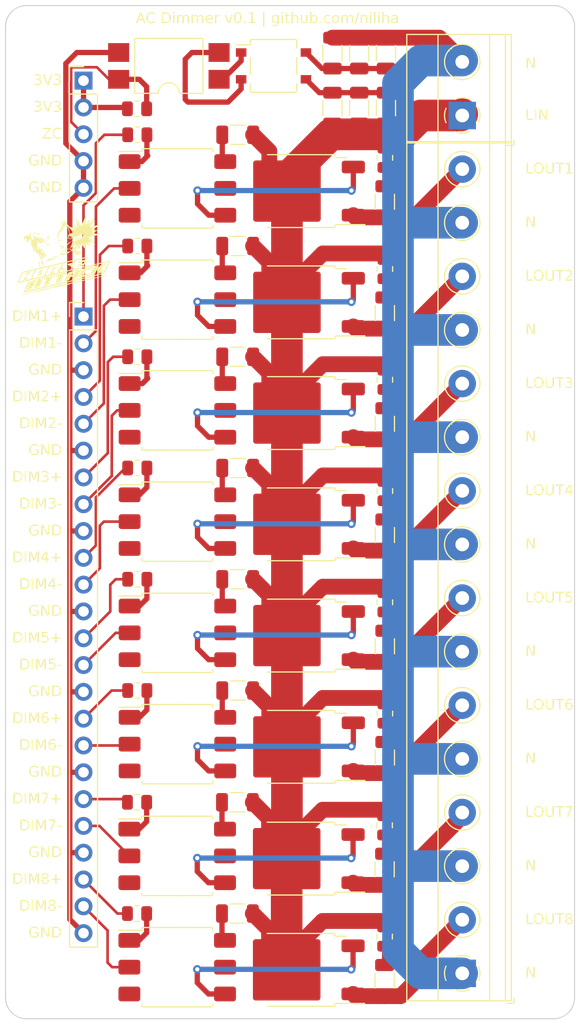
<source format=kicad_pcb>
(kicad_pcb (version 20221018) (generator pcbnew)
  (layers (0 "F.Cu" signal) (31 "B.Cu" signal) (34 "B.Paste" user) (35 "F.Paste" user) (36 "B.SilkS" user "B.Silkscreen") (37 "F.SilkS" user "F.Silkscreen") (38 "B.Mask" user) (39 "F.Mask" user) (44 "Edge.Cuts" user))
  (net 0 "")
  (net 1 "Net-(C1-Pad1)")
  (net 2 "Net-(R1-Pad2)")
  (net 3 "LOAD1")
  (net 4 "Net-(C2-Pad1)")
  (net 5 "+3.3V")
  (net 6 "Net-(D1-+)")
  (net 7 "Net-(D1--)")
  (net 8 "Net-(D1-Pad3)")
  (net 9 "Net-(D1-Pad4)")
  (net 10 "NEUTRAL")
  (net 11 "LIVE")
  (net 12 "GND")
  (net 15 "LOAD2")
  (net 16 "Net-(C3-Pad1)")
  (net 17 "LOAD3")
  (net 18 "Net-(C4-Pad1)")
  (net 19 "LOAD4")
  (net 20 "Net-(C5-Pad1)")
  (net 21 "LOAD5")
  (net 22 "Net-(C6-Pad1)")
  (net 23 "LOAD6")
  (net 24 "Net-(C7-Pad1)")
  (net 25 "LOAD7")
  (net 26 "Net-(C8-Pad1)")
  (net 27 "LOAD8")
  (net 28 "ZC")
  (net 29 "DIM1+")
  (net 30 "DIM1-")
  (net 31 "DIM2+")
  (net 32 "DIM2-")
  (net 33 "DIM3+")
  (net 34 "DIM3-")
  (net 35 "DIM4+")
  (net 36 "DIM4-")
  (net 37 "DIM5+")
  (net 38 "DIM5-")
  (net 39 "DIM6+")
  (net 40 "DIM6-")
  (net 41 "DIM7+")
  (net 42 "DIM7-")
  (net 43 "DIM8+")
  (net 44 "DIM8-")
  (net 45 "Net-(R2-Pad1)")
  (net 46 "Net-(R7-Pad2)")
  (net 47 "Net-(R8-Pad1)")
  (net 48 "Net-(R13-Pad2)")
  (net 49 "Net-(R14-Pad1)")
  (net 50 "Net-(R19-Pad2)")
  (net 51 "Net-(R20-Pad1)")
  (net 66 "Net-(Q1-G)")
  (net 67 "Net-(Q2-G)")
  (net 68 "Net-(Q3-G)")
  (net 69 "Net-(Q4-G)")
  (net 70 "Net-(Q5-G)")
  (net 71 "Net-(Q6-G)")
  (net 72 "Net-(Q7-G)")
  (net 73 "Net-(Q8-G)")
  (net 74 "Net-(R4-Pad2)")
  (net 75 "Net-(R5-Pad1)")
  (net 76 "Net-(R10-Pad2)")
  (net 77 "Net-(R11-Pad1)")
  (net 78 "Net-(R16-Pad2)")
  (net 79 "Net-(R17-Pad1)")
  (net 80 "Net-(R22-Pad2)")
  (net 81 "Net-(R23-Pad1)")
  (footprint "Resistor_SMD:R_0805_2012Metric" (layer "F.Cu") (at 30.48 41.783)
    (fp_text reference "R25" hide)
    (fp_text value "10kR" hide)
  )
  (footprint "Capacitor_SMD:C_1206_3216Metric" (layer "F.Cu") (at 54.0004 50.595 -90)
    (fp_text reference "C1" hide)
    (fp_text value "10nF >400V" hide)
  )
  (footprint "Capacitor_SMD:C_1206_3216Metric" (layer "F.Cu") (at 53.9985 92.708999 -90)
    (fp_text reference "C5" hide)
    (fp_text value "10nF >400V" hide)
  )
  (footprint "Resistor_SMD:R_1206_3216Metric" (layer "F.Cu") (at 40.005 118.032001)
    (fp_text reference "R23" hide)
    (fp_text value "300R 1/4W" hide)
  )
  (footprint "Resistor_SMD:R_1206_3216Metric" (layer "F.Cu") (at 54.102 36.5065 90)
    (fp_text reference "R28" hide)
    (fp_text value "100k 1/4W" hide)
  )
  (footprint "TerminalBlock_Phoenix:TerminalBlock_Phoenix_MKDS-1,5-2-5.08_1x02_P5.08mm_Horizontal" (layer "F.Cu") (at 61.341 42.418 90)
    (fp_text reference "J2" hide)
    (fp_text value "Screw_Terminal_01x02" hide)
  )
  (footprint "Resistor_SMD:R_0805_2012Metric" (layer "F.Cu") (at 53.9985 67.460499 90)
    (fp_text reference "R9" hide)
    (fp_text value "33R 1/8W" hide)
  )
  (footprint "TerminalBlock_Phoenix:TerminalBlock_Phoenix_MKDS-1,5-16-5.08_1x16_P5.08mm_Horizontal" (layer "F.Cu") (at 61.341 123.698 90)
    (fp_text reference "J1" hide)
    (fp_text value "Screw_Terminal_01x16" hide)
  )
  (footprint "leading-edge-ac-dimmer:Lite-On_SOP6_6.5x7.3mm_P2.54mm" (layer "F.Cu") (at 34.3135 70.358)
    (fp_text reference "U3" hide)
    (fp_text value "MOC3023M" hide)
  )
  (footprint "leading-edge-ac-dimmer:Lite-On_SOP6_6.5x7.3mm_P2.54mm" (layer "F.Cu") (at 34.3135 59.866002)
    (fp_text reference "U2" hide)
    (fp_text value "MOC3023M" hide)
  )
  (footprint "Package_TO_SOT_SMD:TO-269AA" (layer "F.Cu") (at 43.434 37.719)
    (fp_text reference "D1" hide)
    (fp_text value "MB10S" hide)
  )
  (footprint "Resistor_SMD:R_1206_3216Metric" (layer "F.Cu") (at 40.0285 65.278)
    (fp_text reference "R8" hide)
    (fp_text value "300R 1/4W" hide)
  )
  (footprint "Package_TO_SOT_SMD:TO-252-2" (layer "F.Cu") (at 45.9635 102.235999 180)
    (fp_text reference "Q6" hide)
    (fp_text value "BT136-600" hide)
  )
  (footprint "Package_TO_SOT_SMD:TO-252-2" (layer "F.Cu") (at 45.94 123.367 180)
    (fp_text reference "Q8" hide)
    (fp_text value "BT136-600" hide)
  )
  (footprint "Resistor_SMD:R_1206_3216Metric" (layer "F.Cu") (at 40.0304 44.245)
    (fp_text reference "R2" hide)
    (fp_text value "300R 1/4W" hide)
  )
  (footprint "Resistor_SMD:R_1206_3216Metric" (layer "F.Cu") (at 49.022 41.7215 -90)
    (fp_text reference "R31" hide)
    (fp_text value "100k 1/4W" hide)
  )
  (footprint "leading-edge-ac-dimmer:Lite-On_SOP6_6.5x7.3mm_P2.54mm" (layer "F.Cu") (at 34.3135 91.439001)
    (fp_text reference "U5" hide)
    (fp_text value "MOC3023M" hide)
  )
  (footprint "Package_TO_SOT_SMD:TO-252-2" (layer "F.Cu") (at 45.9654 49.58 180)
    (fp_text reference "Q1" hide)
    (fp_text value "BT136-600" hide)
  )
  (footprint "MountingHole:MountingHole_2.7mm_M2.5_ISO7380" (layer "F.Cu") (at 20 126)
    (fp_text reference "H4" hide)
    (fp_text value "MountingHole" hide)
  )
  (footprint "Capacitor_SMD:C_1206_3216Metric" (layer "F.Cu") (at 53.975 124.381999 -90)
    (fp_text reference "C8" hide)
    (fp_text value "10nF >400V" hide)
  )
  (footprint "Resistor_SMD:R_1206_3216Metric" (layer "F.Cu") (at 40.0285 96.901)
    (fp_text reference "R17" hide)
    (fp_text value "300R 1/4W" hide)
  )
  (footprint "Resistor_SMD:R_0805_2012Metric" (layer "F.Cu") (at 30.48 107.491001)
    (fp_text reference "R19" hide)
    (fp_text value "470R" hide)
  )
  (footprint "Resistor_SMD:R_0805_2012Metric" (layer "F.Cu") (at 54.0004 46.4275 90)
    (fp_text reference "R3" hide)
    (fp_text value "33R 1/8W" hide)
  )
  (footprint "Connector_PinHeader_2.54mm:PinHeader_1x05_P2.54mm_Vertical" (layer "F.Cu") (at 25.4 39.116)
    (fp_text reference "J10" hide)
    (fp_text value "Conn_01x05_Pin" hide)
  )
  (footprint "MountingHole:MountingHole_2.7mm_M2.5_ISO7380" (layer "F.Cu") (at 70 126)
    (fp_text reference "H1" hide)
    (fp_text value "MountingHole" hide)
  )
  (footprint "Package_TO_SOT_SMD:TO-252-2" (layer "F.Cu") (at 45.94 112.826 180)
    (fp_text reference "Q7" hide)
    (fp_text value "BT136-600" hide)
  )
  (footprint "MountingHole:MountingHole_2.7mm_M2.5_ISO7380" (layer "F.Cu") (at 20 34)
    (fp_text reference "H2" hide)
    (fp_text value "MountingHole" hide)
  )
  (footprint "Resistor_SMD:R_0805_2012Metric" (layer "F.Cu") (at 53.9985 99.083499 90)
    (fp_text reference "R18" hide)
    (fp_text value "33R 1/8W" hide)
  )
  (footprint "Package_TO_SOT_SMD:TO-252-2" (layer "F.Cu") (at 45.9635 81.153999 180)
    (fp_text reference "Q4" hide)
    (fp_text value "BT136-600" hide)
  )
  (footprint "Capacitor_SMD:C_1206_3216Metric" (layer "F.Cu") (at 53.9985 61.136 -90)
    (fp_text reference "C2" hide)
    (fp_text value "10nF >400V" hide)
  )
  (footprint "leading-edge-ac-dimmer:Lite-On_SOP6_6.5x7.3mm_P2.54mm" (layer "F.Cu") (at 34.3154 49.325)
    (fp_text reference "U1" hide)
    (fp_text value "MOC3023M" hide)
  )
  (footprint "Connector_PinHeader_2.54mm:PinHeader_1x24_P2.54mm_Vertical" (layer "F.Cu") (at 25.4 61.468)
    (fp_text reference "J11" hide)
    (fp_text value "Conn_01x24_Pin" hide)
  )
  (footprint "Resistor_SMD:R_0805_2012Metric" (layer "F.Cu") (at 30.5035 96.901)
    (fp_text reference "R16" hide)
    (fp_text value "470R" hide)
  )
  (footprint "Capacitor_SMD:C_1206_3216Metric" (layer "F.Cu") (at 53.975 113.840999 -90)
    (fp_text reference "C7" hide)
    (fp_text value "10nF >400V" hide)
  )
  (footprint "leading-edge-ac-dimmer:Lite-On_SOP6_6.5x7.3mm_P2.54mm" (layer "F.Cu") (at 34.3135 80.899)
    (fp_text reference "U4" hide)
    (fp_text value "MOC3023M" hide)
  )
  (footprint "Capacitor_SMD:C_1206_3216Metric" (layer "F.Cu") (at 53.9985 71.627998 -90)
    (fp_text reference "C3" hide)
    (fp_text value "10nF >400V" hide)
  )
  (footprint "Package_TO_SOT_SMD:TO-252-2" (layer "F.Cu") (at 45.9635 70.612999 180)
    (fp_text reference "Q3" hide)
    (fp_text value "BT136-600" hide)
  )
  (footprint "Resistor_SMD:R_0805_2012Metric" (layer "F.Cu") (at 30.5035 86.359001)
    (fp_text reference "R13" hide)
    (fp_text value "470R" hide)
  )
  (footprint "Resistor_SMD:R_1206_3216Metric" (layer "F.Cu") (at 40.0285 54.786002)
    (fp_text reference "R5" hide)
    (fp_text value "300R 1/4W" hide)
  )
  (footprint "Resistor_SMD:R_0805_2012Metric" (layer "F.Cu") (at 30.5035 54.786002)
    (fp_text reference "R4" hide)
    (fp_text value "470R" hide)
  )
  (footprint "Resistor_SMD:R_1206_3216Metric" (layer "F.Cu") (at 40.0285 86.359001)
    (fp_text reference "R14" hide)
    (fp_text value "300R 1/4W" hide)
  )
  (footprint "Resistor_SMD:R_0805_2012Metric" (layer "F.Cu") (at 53.9985 56.968501 90)
    (fp_text reference "R6" hide)
    (fp_text value "33R 1/8W" hide)
  )
  (footprint "MountingHole:MountingHole_2.7mm_M2.5_ISO7380" (layer "F.Cu") (at 70 34)
    (fp_text reference "H3" hide)
    (fp_text value "MountingHole" hide)
  )
  (footprint "Resistor_SMD:R_1206_3216Metric" (layer "F.Cu") (at 51.562 36.5065 90)
    (fp_text reference "R27" hide)
    (fp_text value "100k 1/4W" hide)
  )
  (footprint "Capacitor_SMD:C_1206_3216Metric" (layer "F.Cu") (at 53.9985 103.250998 -90)
    (fp_text reference "C6" hide)
    (fp_text value "10nF >400V" hide)
  )
  (footprint "Resistor_SMD:R_1206_3216Metric" (layer "F.Cu") (at 40.005 107.491001)
    (fp_text reference "R20" hide)
    (fp_text value "300R 1/4W" hide)
  )
  (footprint "Resistor_SMD:R_1206_3216Metric" (layer "F.Cu") (at 51.562 41.7175 -90)
    (fp_text reference "R30" hide)
    (fp_text value "100k 1/4W" hide)
  )
  (footprint "Resistor_SMD:R_1206_3216Metric" (layer "F.Cu") (at 49.022 36.5065 90)
    (fp_text reference "R26" hide)
    (fp_text value "100k 1/4W" hide)
  )
  (footprint "Resistor_SMD:R_0805_2012Metric" (layer "F.Cu") (at 30.5035 75.819)
    (fp_text reference "R10" hide)
    (fp_text value "470R" hide)
  )
  (footprint "Package_TO_SOT_SMD:TO-252-2" (layer "F.Cu") (at 45.9635 60.121001 180)
    (fp_text reference "Q2" hide)
    (fp_text value "BT136-600" hide)
  )
  (footprint "Package_DIP:SMDIP-4_W9.53mm" (layer "F.Cu") (at 33.5 37.719 180)
    (fp_text reference "U9" hide)
    (fp_text value "EL817" hide)
  )
  (footprint "leading-edge-ac-dimmer:Lite-On_SOP6_6.5x7.3mm_P2.54mm" (layer "F.Cu") (at 34.3135 101.981)
    (fp_text reference "U6" hide)
    (fp_text value "MOC3023M" hide)
  )
  (footprint "Resistor_SMD:R_0805_2012Metric" (layer "F.Cu") (at 30.5054 44.245)
    (fp_text reference "R1" hide)
    (fp_text value "470R" hide)
  )
  (footprint "Resistor_SMD:R_1206_3216Metric" (layer "F.Cu") (at 54.102 41.7175 -90)
    (fp_text reference "R29" hide)
    (fp_text value "100k 1/4W" hide)
  )
  (footprint "leading-edge-ac-dimmer:Lite-On_SOP6_6.5x7.3mm_P2.54mm" (layer "F.Cu") (at 34.29 112.571001)
    (fp_text reference "U7" hide)
    (fp_text value "MOC3023M" hide)
  )
  (footprint "Capacitor_SMD:C_1206_3216Metric" (layer "F.Cu") (at 53.9985 82.168998 -90)
    (fp_text reference "C4" hide)
    (fp_text value "10nF >400V" hide)
  )
  (footprint "Resistor_SMD:R_0805_2012Metric" (layer "F.Cu") (at 30.5035 65.278)
    (fp_text reference "R7" hide)
    (fp_text value "470R" hide)
  )
  (footprint "Resistor_SMD:R_1206_3216Metric" (layer "F.Cu") (at 40.0285 75.819)
    (fp_text reference "R11" hide)
    (fp_text value "300R 1/4W" hide)
  )
  (footprint "Resistor_SMD:R_0805_2012Metric" (layer "F.Cu") (at 53.975 109.6735 90)
    (fp_text reference "R21" hide)
    (fp_text value "33R 1/8W" hide)
  )
  (footprint "leading-edge-ac-dimmer:Lite-On_SOP6_6.5x7.3mm_P2.54mm" (layer "F.Cu") (at 34.29 123.112001)
    (fp_text reference "U8" hide)
    (fp_text value "MOC3023M" hide)
  )
  (footprint "Package_TO_SOT_SMD:TO-252-2" (layer "F.Cu") (at 45.9635 91.694 180)
    (fp_text reference "Q5" hide)
    (fp_text value "BT136-600" hide)
  )
  (footprint "Resistor_SMD:R_0805_2012Metric" (layer "F.Cu") (at 30.48 118.032001)
    (fp_text reference "R22" hide)
    (fp_text value "470R" hide)
  )
  (footprint "LOGO" (layer "F.Cu") (at 23.5 55.75)
    (fp_text reference "G***" hide)
    (fp_text value "LOGO" hide)
  )
  (footprint "Resistor_SMD:R_0805_2012Metric" (layer "F.Cu") (at 53.9985 78.001499 90)
    (fp_text reference "R12" hide)
    (fp_text value "33R 1/8W" hide)
  )
  (footprint "Resistor_SMD:R_0805_2012Metric" (layer "F.Cu") (at 53.975 120.2145 90)
    (fp_text reference "R24" hide)
    (fp_text value "33R 1/8W" hide)
  )
  (footprint "Resistor_SMD:R_0805_2012Metric" (layer "F.Cu") (at 53.9985 88.5415 90)
    (fp_text reference "R15" hide)
    (fp_text value "33R 1/8W" hide)
  )
  (gr_arc (start 70 32) (mid 71.414214 32.585786) (end 72 34) (stroke (width 0.1)) (layer "Edge.Cuts"))
  (gr_line (start 72 34) (end 72 126) (stroke (width 0.1)) (layer "Edge.Cuts"))
  (gr_arc (start 72 126) (mid 71.414214 127.414214) (end 70 128) (stroke (width 0.1)) (layer "Edge.Cuts"))
  (gr_line (start 18 34) (end 18 126) (stroke (width 0.1)) (layer "Edge.Cuts"))
  (gr_line (start 70 128) (end 20 128) (stroke (width 0.1)) (layer "Edge.Cuts"))
  (gr_arc (start 18 34) (mid 18.585786 32.585786) (end 20 32) (stroke (width 0.1)) (layer "Edge.Cuts"))
  (gr_arc (start 20 128) (mid 18.585786 127.414214) (end 18 126) (stroke (width 0.1)) (layer "Edge.Cuts"))
  (gr_line (start 70 32) (end 20 32) (stroke (width 0.1)) (layer "Edge.Cuts"))
  (gr_text "3V3" (at 23.368 39.116) (layer "F.SilkS") (effects (font (size 1 1) (thickness 0.125)) (justify right)))
  (gr_text "DIM4-" (at 23.368 86.868) (layer "F.SilkS") (effects (font (size 1 1) (thickness 0.125)) (justify right)))
  (gr_text "AC Dimmer v0.1 | github.com/niliha" (at 55.372 33.25) (layer "F.SilkS") (effects (font (size 1 1) (thickness 0.125)) (justify right)))
  (gr_text "N" (at 67.31 103.378) (layer "F.SilkS") (effects (font (size 1 1) (thickness 0.125)) (justify left)))
  (gr_text "DIM8-" (at 23.368 117.348) (layer "F.SilkS") (effects (font (size 1 1) (thickness 0.125)) (justify right)))
  (gr_text "LIN" (at 67.31 42.418) (layer "F.SilkS") (effects (font (size 1 1) (thickness 0.125)) (justify left)))
  (gr_text "N" (at 67.31 113.538) (layer "F.SilkS") (effects (font (size 1 1) (thickness 0.125)) (justify left)))
  (gr_text "N" (at 67.31 83.058) (layer "F.SilkS") (effects (font (size 1 1) (thickness 0.125)) (justify left)))
  (gr_text "LOUT7" (at 67.31 108.458) (layer "F.SilkS") (effects (font (size 1 1) (thickness 0.125)) (justify left)))
  (gr_text "LOUT5" (at 67.31 88.138) (layer "F.SilkS") (effects (font (size 1 1) (thickness 0.125)) (justify left)))
  (gr_text "3V3" (at 23.368 41.656) (layer "F.SilkS") (effects (font (size 1 1) (thickness 0.125)) (justify right)))
  (gr_text "DIM3+" (at 23.368 76.708) (layer "F.SilkS") (effects (font (size 1 1) (thickness 0.125)) (justify right)))
  (gr_text "DIM6-" (at 23.368 102.108) (layer "F.SilkS") (effects (font (size 1 1) (thickness 0.125)) (justify right)))
  (gr_text "DIM6+" (at 23.368 99.568) (layer "F.SilkS") (effects (font (size 1 1) (thickness 0.125)) (justify right)))
  (gr_text "DIM2-" (at 23.368 71.628) (layer "F.SilkS") (effects (font (size 1 1) (thickness 0.125)) (justify right)))
  (gr_text "GND" (at 23.368 81.788) (layer "F.SilkS") (effects (font (size 1 1) (thickness 0.125)) (justify right)))
  (gr_text "GND" (at 23.368 89.408) (layer "F.SilkS") (effects (font (size 1 1) (thickness 0.125)) (justify right)))
  (gr_text "N" (at 67.31 72.898) (layer "F.SilkS") (effects (font (size 1 1) (thickness 0.125)) (justify left)))
  (gr_text "LOUT2" (at 67.31 57.658) (layer "F.SilkS") (effects (font (size 1 1) (thickness 0.125)) (justify left)))
  (gr_text "GND" (at 23.368 97.028) (layer "F.SilkS") (effects (font (size 1 1) (thickness 0.125)) (justify right)))
  (gr_text "N" (at 67.31 52.578) (layer "F.SilkS") (effects (font (size 1 1) (thickness 0.125)) (justify left)))
  (gr_text "DIM2+" (at 23.368 69.088) (layer "F.SilkS") (effects (font (size 1 1) (thickness 0.125)) (justify right)))
  (gr_text "DIM8+" (at 23.368 114.808) (layer "F.SilkS") (effects (font (size 1 1) (thickness 0.125)) (justify right)))
  (gr_text "N" (at 67.31 37.338 180) (layer "F.SilkS") (effects (font (size 1 1) (thickness 0.125)) (justify right)))
  (gr_text "LOUT8" (at 67.31 118.618) (layer "F.SilkS") (effects (font (size 1 1) (thickness 0.125)) (justify left)))
  (gr_text "GND" (at 23.368 46.736) (layer "F.SilkS") (effects (font (size 1 1) (thickness 0.125)) (justify right)))
  (gr_text "GND" (at 23.368 119.888) (layer "F.SilkS") (effects (font (size 1 1) (thickness 0.125)) (justify right)))
  (gr_text "DIM1+" (at 23.368 61.468) (layer "F.SilkS") (effects (font (size 1 1) (thickness 0.125)) (justify right)))
  (gr_text "GND" (at 23.368 74.168) (layer "F.SilkS") (effects (font (size 1 1) (thickness 0.125)) (justify right)))
  (gr_text "ZC" (at 23.368 44.196) (layer "F.SilkS") (effects (font (size 1 1) (thickness 0.125)) (justify right)))
  (gr_text "DIM4+" (at 23.368 84.328) (layer "F.SilkS") (effects (font (size 1 1) (thickness 0.125)) (justify right)))
  (gr_text "GND" (at 23.368 66.548) (layer "F.SilkS") (effects (font (size 1 1) (thickness 0.125)) (justify right)))
  (gr_text "LOUT6" (at 67.31 98.298) (layer "F.SilkS") (effects (font (size 1 1) (thickness 0.125)) (justify left)))
  (gr_text "DIM1-" (at 23.368 64.008) (layer "F.SilkS") (effects (font (size 1 1) (thickness 0.125)) (justify right)))
  (gr_text "LOUT1" (at 67.31 47.498) (layer "F.SilkS") (effects (font (size 1 1) (thickness 0.125)) (justify left)))
  (gr_text "LOUT3" (at 67.31 67.818) (layer "F.SilkS") (effects (font (size 1 1) (thickness 0.125)) (justify left)))
  (gr_text "DIM7+" (at 23.368 107.188) (layer "F.SilkS") (effects (font (size 1 1) (thickness 0.125)) (justify right)))
  (gr_text "DIM5+" (at 23.368 91.948) (layer "F.SilkS") (effects (font (size 1 1) (thickness 0.125)) (justify right)))
  (gr_text "DIM5-" (at 23.368 94.488) (layer "F.SilkS") (effects (font (size 1 1) (thickness 0.125)) (justify right)))
  (gr_text "DIM3-" (at 23.368 79.248) (layer "F.SilkS") (effects (font (size 1 1) (thickness 0.125)) (justify right)))
  (gr_text "N" (at 67.31 93.218) (layer "F.SilkS") (effects (font (size 1 1) (thickness 0.125)) (justify left)))
  (gr_text "LOUT4" (at 67.31 77.978) (layer "F.SilkS") (effects (font (size 1 1) (thickness 0.125)) (justify left)))
  (gr_text "GND" (at 23.368 104.648) (layer "F.SilkS") (effects (font (size 1 1) (thickness 0.125)) (justify right)))
  (gr_text "DIM7-" (at 23.368 109.728) (layer "F.SilkS") (effects (font (size 1 1) (thickness 0.125)) (justify right)))
  (gr_text "N" (at 67.31 62.738) (layer "F.SilkS") (effects (font (size 1 1) (thickness 0.125)) (justify left)))
  (gr_text "GND" (at 23.368 49.276) (layer "F.SilkS") (effects (font (size 1 1) (thickness 0.125)) (justify right)))
  (gr_text "N" (at 67.31 123.698) (layer "F.SilkS") (effects (font (size 1 1) (thickness 0.125)) (justify left)))
  (gr_text "GND" (at 23.368 112.268) (layer "F.SilkS") (effects (font (size 1 1) (thickness 0.125)) (justify right)))
  (segment (start 54.0004 47.34) (end 54.0004 49.12) (width 0.5) (layer "F.Cu") (net 1))
  (segment (start 31.496 46.228) (end 31.4179 46.1499) (width 0.5) (layer "F.Cu") (net 2))
  (segment (start 30.939 46.785) (end 31.496 46.228) (width 0.5) (layer "F.Cu") (net 2))
  (segment (start 31.4179 46.1499) (end 31.4179 44.245) (width 0.5) (layer "F.Cu") (net 2))
  (segment (start 29.7779 46.785) (end 30.939 46.785) (width 0.5) (layer "F.Cu") (net 2))
  (segment (start 51.2154 52.07) (end 51.0054 51.86) (width 1.5) (layer "F.Cu") (net 3))
  (segment (start 56.769 52.07) (end 54.0004 52.07) (width 1.5) (layer "F.Cu") (net 3))
  (segment (start 54.0004 52.07) (end 51.2154 52.07) (width 1.5) (layer "F.Cu") (net 3))
  (segment (start 61.341 47.498) (end 56.769 52.07) (width 1.5) (layer "F.Cu") (net 3))
  (segment (start 53.9985 57.881001) (end 53.9985 59.661001) (width 0.5) (layer "F.Cu") (net 4))
  (segment (start 25.4 41.656) (end 29.4405 41.656) (width 0.5) (layer "F.Cu") (net 5))
  (segment (start 25.4 41.656) (end 25.4 39.116) (width 0.5) (layer "F.Cu") (net 5))
  (segment (start 29.4405 41.656) (end 29.5675 41.783) (width 0.5) (layer "F.Cu") (net 5))
  (segment (start 38.611 38.989) (end 38.265 38.989) (width 0.5) (layer "F.Cu") (net 6))
  (segment (start 40.359 37.241) (end 38.611 38.989) (width 0.5) (layer "F.Cu") (net 6))
  (segment (start 40.359 36.449) (end 40.359 37.241) (width 0.5) (layer "F.Cu") (net 6))
  (segment (start 35.052 40.894) (end 35.052 37.084) (width 0.5) (layer "F.Cu") (net 7))
  (segment (start 35.687 36.449) (end 38.265 36.449) (width 0.5) (layer "F.Cu") (net 7))
  (segment (start 40.359 38.989) (end 40.359 39.905) (width 0.5) (layer "F.Cu") (net 7))
  (segment (start 35.052 37.084) (end 35.687 36.449) (width 0.5) (layer "F.Cu") (net 7))
  (segment (start 40.359 39.905) (end 39.116 41.148) (width 0.5) (layer "F.Cu") (net 7))
  (segment (start 35.306 41.148) (end 35.052 40.894) (width 0.5) (layer "F.Cu") (net 7))
  (segment (start 39.116 41.148) (end 35.306 41.148) (width 0.5) (layer "F.Cu") (net 7))
  (segment (start 49.022 40.259) (end 47.779 40.259) (width 0.5) (layer "F.Cu") (net 8))
  (segment (start 47.779 40.259) (end 46.509 38.989) (width 0.5) (layer "F.Cu") (net 8))
  (segment (start 51.562 40.255) (end 49.026 40.255) (width 0.5) (layer "F.Cu") (net 8))
  (segment (start 54.102 40.255) (end 51.562 40.255) (width 0.5) (layer "F.Cu") (net 8))
  (segment (start 49.026 40.255) (end 49.022 40.259) (width 0.5) (layer "F.Cu") (net 8))
  (segment (start 49.022 37.969) (end 51.562 37.969) (width 0.5) (layer "F.Cu") (net 9))
  (segment (start 48.029 37.969) (end 46.509 36.449) (width 0.5) (layer "F.Cu") (net 9))
  (segment (start 49.022 37.969) (end 48.029 37.969) (width 0.5) (layer "F.Cu") (net 9))
  (segment (start 51.562 37.969) (end 54.102 37.969) (width 0.5) (layer "F.Cu") (net 9))
  (segment (start 51.562 35.044) (end 49.022 35.044) (width 1.5) (layer "F.Cu") (net 10))
  (segment (start 59.174 35.044) (end 61.341 37.211) (width 1.5) (layer "F.Cu") (net 10))
  (segment (start 54.102 35.044) (end 51.562 35.044) (width 1.5) (layer "F.Cu") (net 10))
  (segment (start 54.102 35.044) (end 59.174 35.044) (width 1.5) (layer "F.Cu") (net 10))
  (segment (start 55.372 83.058) (end 55.245 82.931) (width 3) (layer "B.Cu") (net 10))
  (segment (start 55.245 93.599) (end 55.245 103.505) (width 3) (layer "B.Cu") (net 10))
  (segment (start 55.245 52.832) (end 55.245 62.484) (width 3) (layer "B.Cu") (net 10))
  (segment (start 55.499 62.738) (end 55.245 62.484) (width 3) (layer "B.Cu") (net 10))
  (segment (start 61.341 37.211) (end 57.404 37.211) (width 3) (layer "B.Cu") (net 10))
  (segment (start 55.245 103.505) (end 55.245 114.046) (width 3) (layer "B.Cu") (net 10))
  (segment (start 55.245 72.771) (end 55.245 82.931) (width 3) (layer "B.Cu") (net 10))
  (segment (start 55.626 93.218) (end 55.245 93.599) (width 3) (layer "B.Cu") (net 10))
  (segment (start 61.341 52.578) (end 55.499 52.578) (width 3) (layer "B.Cu") (net 10))
  (segment (start 61.341 103.378) (end 55.372 103.378) (width 3) (layer "B.Cu") (net 10))
  (segment (start 61.341 72.898) (end 55.372 72.898) (width 3) (layer "B.Cu") (net 10))
  (segment (start 55.245 39.37) (end 55.245 52.832) (width 3) (layer "B.Cu") (net 10))
  (segment (start 55.499 52.578) (end 55.245 52.832) (width 3) (layer "B.Cu") (net 10))
  (segment (start 55.245 82.931) (end 55.245 93.599) (width 3) (layer "B.Cu") (net 10))
  (segment (start 55.372 72.898) (end 55.245 72.771) (width 3) (layer "B.Cu") (net 10))
  (segment (start 55.245 121.539) (end 57.404 123.698) (width 3) (layer "B.Cu") (net 10))
  (segment (start 57.404 37.211) (end 55.245 39.37) (width 3) (layer "B.Cu") (net 10))
  (segment (start 55.245 62.484) (end 55.245 72.771) (width 3) (layer "B.Cu") (net 10))
  (segment (start 61.341 93.218) (end 55.626 93.218) (width 3) (layer "B.Cu") (net 10))
  (segment (start 61.341 83.058) (end 55.372 83.058) (width 3) (layer "B.Cu") (net 10))
  (segment (start 61.341 62.738) (end 55.499 62.738) (width 3) (layer "B.Cu") (net 10))
  (segment (start 57.404 123.698) (end 61.341 123.698) (width 3) (layer "B.Cu") (net 10))
  (segment (start 55.372 103.378) (end 55.245 103.505) (width 3) (layer "B.Cu") (net 10))
  (segment (start 55.753 113.538) (end 55.245 114.046) (width 3) (layer "B.Cu") (net 10))
  (segment (start 55.245 114.046) (end 55.245 121.539) (width 3) (layer "B.Cu") (net 10))
  (segment (start 61.341 113.538) (end 55.753 113.538) (width 3) (layer "B.Cu") (net 10))
  (segment (start 46.3785 67.712999) (end 48.1085 65.982999) (width 1.5) (layer "F.Cu") (net 11))
  (segment (start 43.0285 58.596001) (end 43.0285 56.323501) (width 1.5) (layer "F.Cu") (net 11))
  (segment (start 46.3804 46.68) (end 48.1104 44.95) (width 1.5) (layer "F.Cu") (net 11))
  (segment (start 43.0285 90.169) (end 43.0285 87.8965) (width 1.5) (layer "F.Cu") (net 11))
  (segment (start 53.871 55.491001) (end 53.9985 55.618501) (width 1.5) (layer "F.Cu") (net 11))
  (segment (start 43.0285 66.815499) (end 41.491 65.277999) (width 1.5) (layer "F.Cu") (net 11))
  (segment (start 44.7035 60.121001) (end 44.7035 70.612999) (width 3) (layer "F.Cu") (net 11))
  (segment (start 43.0285 100.710999) (end 43.0285 98.438499) (width 1.5) (layer "F.Cu") (net 11))
  (segment (start 44.7054 49.58) (end 44.7054 60.119101) (width 3) (layer "F.Cu") (net 11))
  (segment (start 48.8604 44.2) (end 44.7054 48.355) (width 3) (layer "F.Cu") (net 11))
  (segment (start 48.1085 76.523999) (end 53.871 76.523999) (width 1.5) (layer "F.Cu") (net 11))
  (segment (start 43.0285 69.087999) (end 43.0285 66.815499) (width 1.5) (layer "F.Cu") (net 11))
  (segment (start 53.871 65.982999) (end 53.9985 66.110499) (width 1.5) (layer "F.Cu") (net 11))
  (segment (start 54.3679 44.2) (end 48.8604 44.2) (width 3) (layer "F.Cu") (net 11))
  (segment (start 43.0285 98.438499) (end 41.491 96.900999) (width 1.5) (layer "F.Cu") (net 11))
  (segment (start 43.005 121.842) (end 43.005 119.5695) (width 1.5) (layer "F.Cu") (net 11))
  (segment (start 61.341 42.291) (end 61.214 42.418) (width 3) (layer "F.Cu") (net 11))
  (segment (start 43.0285 79.628999) (end 43.0285 77.356499) (width 1.5) (layer "F.Cu") (net 11))
  (segment (start 43.0285 87.8965) (end 41.491 86.359) (width 1.5) (layer "F.Cu") (net 11))
  (segment (start 46.3785 88.794) (end 48.1085 87.064) (width 1.5) (layer "F.Cu") (net 11))
  (segment (start 43.0285 56.323501) (end 41.491 54.786001) (width 1.5) (layer "F.Cu") (net 11))
  (segment (start 48.1104 44.95) (end 53.8729 44.95) (width 1.5) (layer "F.Cu") (net 11))
  (segment (start 48.1085 97.605999) (end 53.871 97.605999) (width 1.5) (layer "F.Cu") (net 11))
  (segment (start 46.3785 99.335999) (end 48.1085 97.605999) (width 1.5) (layer "F.Cu") (net 11))
  (segment (start 61.214 42.418) (end 57.404 42.418) (width 3) (layer "F.Cu") (net 11))
  (segment (start 44.68 112.826) (end 44.68 123.367) (width 3) (layer "F.Cu") (net 11))
  (segment (start 48.1085 55.491001) (end 53.871 55.491001) (width 1.5) (layer "F.Cu") (net 11))
  (segment (start 48.1085 87.064) (end 53.871 87.064) (width 1.5) (layer "F.Cu") (net 11))
  (segment (start 46.3785 100.710999) (end 46.3785 99.335999) (width 1.5) (layer "F.Cu") (net 11))
  (segment (start 46.3785 69.087999) (end 46.3785 67.712999) (width 1.5) (layer "F.Cu") (net 11))
  (segment (start 53.871 76.523999) (end 53.9985 76.651499) (width 1.5) (layer "F.Cu") (net 11))
  (segment (start 54.4954 44.3275) (end 54.3679 44.2) (width 3) (layer "F.Cu") (net 11))
  (segment (start 44.7054 48.355) (end 44.7054 49.58) (width 3) (layer "F.Cu") (net 11))
  (segment (start 46.355 111.301) (end 46.355 109.926) (width 1.5) (layer "F.Cu") (net 11))
  (segment (start 46.3785 79.628999) (end 46.3785 78.253999) (width 1.5) (layer "F.Cu") (net 11))
  (segment (start 46.3785 57.221001) (end 48.1085 55.491001) (width 1.5) (layer "F.Cu") (net 11))
  (segment (start 46.3804 48.055) (end 46.3804 46.68) (width 1.5) (layer "F.Cu") (net 11))
  (segment (start 43.005 119.5695) (end 41.4675 118.032) (width 1.5) (layer "F.Cu") (net 11))
  (segment (start 55.4945 44.3275) (end 54.4954 44.3275) (width 3) (layer "F.Cu") (net 11))
  (segment (start 53.8475 118.737) (end 53.975 118.8645) (width 1.5) (layer "F.Cu") (net 11))
  (segment (start 43.0304 45.7825) (end 41.4929 44.245) (width 1.5) (layer "F.Cu") (net 11))
  (segment (start 43.005 109.0285) (end 41.4675 107.491) (width 1.5) (layer "F.Cu") (net 11))
  (segment (start 48.085 108.196) (end 53.8475 108.196) (width 1.5) (layer "F.Cu") (net 11))
  (segment (start 57.404 42.418) (end 55.4945 44.3275) (width 3) (layer "F.Cu") (net 11))
  (segment (start 44.7035 102.235999) (end 44.7035 112.8025) (width 3) (layer "F.Cu") (net 11))
  (segment (start 48.085 118.737) (end 53.8475 118.737) (width 1.5) (layer "F.Cu") (net 11))
  (segment (start 44.7035 91.694) (end 44.7035 102.235999) (width 3) (layer "F.Cu") (net 11))
  (segment (start 46.3785 78.253999) (end 48.1085 76.523999) (width 1.5) (layer "F.Cu") (net 11))
  (segment (start 43.005 111.301) (end 43.005 109.0285) (width 1.5) (layer "F.Cu") (net 11))
  (segment (start 46.355 120.467) (end 48.085 118.737) (width 1.5) (layer "F.Cu") (net 11))
  (segment (start 53.871 97.605999) (end 53.9985 97.733499) (width 1.5) (layer "F.Cu") (net 11))
  (segment (start 53.871 87.064) (end 53.9985 87.1915) (width 1.5) (layer "F.Cu") (net 11))
  (segment (start 43.0285 77.356499) (end 41.491 75.818999) (width 1.5) (layer "F.Cu") (net 11))
  (segment (start 44.7035 70.612999) (end 44.7035 81.153999) (width 3) (layer "F.Cu") (net 11))
  (segment (start 43.0304 48.055) (end 43.0304 45.7825) (width 1.5) (layer "F.Cu") (net 11))
  (segment (start 46.355 121.842) (end 46.355 120.467) (width 1.5) (layer "F.Cu") (net 11))
  (segment (start 46.3785 58.596001) (end 46.3785 57.221001) (width 1.5) (layer "F.Cu") (net 11))
  (segment (start 46.3785 90.169) (end 46.3785 88.794) (width 1.5) (layer "F.Cu") (net 11))
  (segment (start 53.8475 108.196) (end 53.975 108.3235) (width 1.5) (layer "F.Cu") (net 11))
  (segment (start 53.8729 44.95) (end 54.0004 45.0775) (width 1.5) (layer "F.Cu") (net 11))
  (segment (start 44.7054 60.119101) (end 44.7035 60.121001) (width 3) (layer "F.Cu") (net 11))
  (segment (start 44.7035 112.8025) (end 44.68 112.826) (width 3) (layer "F.Cu") (net 11))
  (segment (start 48.1085 65.982999) (end 53.871 65.982999) (width 1.5) (layer "F.Cu") (net 11))
  (segment (start 46.355 109.926) (end 48.085 108.196) (width 1.5) (layer "F.Cu") (net 11))
  (segment (start 44.7035 81.153999) (end 44.7035 91.694) (width 3) (layer "F.Cu") (net 11))
  (segment (start 25.4 49.276) (end 24.1 50.576) (width 0.5) (layer "F.Cu") (net 12))
  (segment (start 25.4 74.168) (end 24.1 74.168) (width 0.5) (layer "F.Cu") (net 12))
  (segment (start 24.1 74.168) (end 24.1 81.788) (width 0.5) (layer "F.Cu") (net 12))
  (segment (start 24.1 66.548) (end 24.1 74.168) (width 0.5) (layer "F.Cu") (net 12))
  (segment (start 24.1 97.028) (end 24.1 104.648) (width 0.5) (layer "F.Cu") (net 12))
  (segment (start 24.765 36.449) (end 28.735 36.449) (width 0.5) (layer "F.Cu") (net 12))
  (segment (start 24.1 50.576) (end 24.1 66.548) (width 0.5) (layer "F.Cu") (net 12))
  (segment (start 24.1 104.648) (end 24.1 112.268) (width 0.5) (layer "F.Cu") (net 12))
  (segment (start 25.4 46.736) (end 23.723 45.059) (width 0.5) (layer "F.Cu") (net 12))
  (segment (start 24.1 118.588) (end 25.4 119.888) (width 0.5) (layer "F.Cu") (net 12))
  (segment (start 24.1 112.268) (end 24.1 118.588) (width 0.5) (layer "F.Cu") (net 12))
  (segment (start 23.723 45.059) (end 23.723 37.491) (width 0.5) (layer "F.Cu") (net 12))
  (segment (start 25.4 112.268) (end 24.1 112.268) (width 0.5) (layer "F.Cu") (net 12))
  (segment (start 25.4 97.028) (end 24.1 97.028) (width 0.5) (layer "F.Cu") (net 12))
  (segment (start 23.723 37.491) (end 24.765 36.449) (width 0.5) (layer "F.Cu") (net 12))
  (segment (start 24.1 81.788) (end 24.1 89.408) (width 0.5) (layer "F.Cu") (net 12))
  (segment (start 25.4 81.788) (end 24.1 81.788) (width 0.5) (layer "F.Cu") (net 12))
  (segment (start 25.4 104.648) (end 24.1 104.648) (width 0.5) (layer "F.Cu") (net 12))
  (segment (start 25.4 49.276) (end 25.4 46.736) (width 0.5) (layer "F.Cu") (net 12))
  (segment (start 24.1 89.408) (end 24.1 97.028) (width 0.5) (layer "F.Cu") (net 12))
  (segment (start 25.4 66.548) (end 24.1 66.548) (width 0.5) (layer "F.Cu") (net 12))
  (segment (start 25.4 89.408) (end 24.1 89.408) (width 0.5) (layer "F.Cu") (net 12))
  (segment (start 51.2135 62.611001) (end 51.0035 62.401001) (width 1.5) (layer "F.Cu") (net 15))
  (segment (start 53.9985 62.611001) (end 51.2135 62.611001) (width 1.5) (layer "F.Cu") (net 15))
  (segment (start 56.388 62.611) (end 53.9985 62.611) (width 1.5) (layer "F.Cu") (net 15))
  (segment (start 61.341 57.658) (end 56.388 62.611) (width 1.5) (layer "F.Cu") (net 15))
  (segment (start 53.9985 68.372999) (end 53.9985 70.152999) (width 0.5) (layer "F.Cu") (net 16))
  (segment (start 51.2135 73.102999) (end 51.0035 72.892999) (width 1.5) (layer "F.Cu") (net 17))
  (segment (start 61.341 67.818) (end 56.056001 73.102999) (width 1.5) (layer "F.Cu") (net 17))
  (segment (start 56.056001 73.102999) (end 51.2135 73.102999) (width 1.5) (layer "F.Cu") (net 17))
  (segment (start 53.9985 78.913999) (end 53.9985 80.693999) (width 0.5) (layer "F.Cu") (net 18))
  (segment (start 55.675002 83.643998) (end 53.9985 83.643998) (width 1.5) (layer "F.Cu") (net 19))
  (segment (start 61.341 77.978) (end 55.675002 83.643998) (width 1.5) (layer "F.Cu") (net 19))
  (segment (start 51.2135 83.643999) (end 51.0035 83.433999) (width 1.5) (layer "F.Cu") (net 19))
  (segment (start 53.9985 83.643999) (end 51.2135 83.643999) (width 1.5) (layer "F.Cu") (net 19))
  (segment (start 53.9985 89.454) (end 53.9985 91.234) (width 0.5) (layer "F.Cu") (net 20))
  (segment (start 55.295001 94.183999) (end 53.9985 94.183999) (width 1.5) (layer "F.Cu") (net 21))
  (segment (start 53.9985 94.184) (end 51.2135 94.184) (width 1.5) (layer "F.Cu") (net 21))
  (segment (start 51.2135 94.184) (end 51.0035 93.974) (width 1.5) (layer "F.Cu") (net 21))
  (segment (start 61.341 88.138) (end 55.295001 94.183999) (width 1.5) (layer "F.Cu") (net 21))
  (segment (start 53.9985 99.995999) (end 53.9985 101.775999) (width 0.5) (layer "F.Cu") (net 22))
  (segment (start 53.9985 104.725999) (end 51.2135 104.725999) (width 1.5) (layer "F.Cu") (net 23))
  (segment (start 51.2135 104.725999) (end 51.0035 104.515999) (width 1.5) (layer "F.Cu") (net 23))
  (segment (start 54.913002 104.725998) (end 53.9985 104.725998) (width 1.5) (layer "F.Cu") (net 23))
  (segment (start 61.341 98.298) (end 54.913002 104.725998) (width 1.5) (layer "F.Cu") (net 23))
  (segment (start 53.975 110.586) (end 53.975 112.366) (width 0.5) (layer "F.Cu") (net 24))
  (segment (start 54.835354 115.315999) (end 53.975 115.315999) (width 1.5) (layer "F.Cu") (net 25))
  (segment (start 61.341 108.810353) (end 54.835354 115.315999) (width 1.5) (layer "F.Cu") (net 25))
  (segment (start 61.341 108.458) (end 61.341 108.810353) (width 1.5) (layer "F.Cu") (net 25))
  (segment (start 53.975 115.316) (end 51.19 115.316) (width 1.5) (layer "F.Cu") (net 25))
  (segment (start 51.19 115.316) (end 50.98 115.106) (width 1.5) (layer "F.Cu") (net 25))
  (segment (start 53.975 121.127) (end 53.975 122.907) (width 0.5) (layer "F.Cu") (net 26))
  (segment (start 55.499001 125.856999) (end 53.975 125.856999) (width 1.5) (layer "F.Cu") (net 27))
  (segment (start 57.531 122.428) (end 57.531 123.825) (width 1.5) (layer "F.Cu") (net 27))
  (segment (start 53.975 125.857) (end 51.19 125.857) (width 1.5) (layer "F.Cu") (net 27))
  (segment (start 51.19 125.857) (end 50.98 125.647) (width 1.5) (layer "F.Cu") (net 27))
  (segment (start 57.531 123.825) (end 55.499001 125.856999) (width 1.5) (layer "F.Cu") (net 27))
  (segment (start 61.341 118.618) (end 57.531 122.428) (width 1.5) (layer "F.Cu") (net 27))
  (segment (start 25.4 44.196) (end 24.225 43.021) (width 0.25) (layer "F.Cu") (net 28))
  (segment (start 31.3925 41.783) (end 31.3925 39.6925) (width 0.5) (layer "F.Cu") (net 28))
  (segment (start 24.225 37.941) (end 24.32 37.846) (width 0.25) (layer "F.Cu") (net 28))
  (segment (start 31.3925 39.6925) (end 30.689 38.989) (width 0.5) (layer "F.Cu") (net 28))
  (segment (start 28.735 38.989) (end 27.813 38.989) (width 0.25) (layer "F.Cu") (net 28))
  (segment (start 30.689 38.989) (end 28.735 38.989) (width 0.5) (layer "F.Cu") (net 28))
  (segment (start 27.813 38.989) (end 26.67 37.846) (width 0.25) (layer "F.Cu") (net 28))
  (segment (start 24.32 37.846) (end 26.67 37.846) (width 0.25) (layer "F.Cu") (net 28))
  (segment (start 24.225 43.021) (end 24.225 37.941) (width 0.25) (layer "F.Cu") (net 28))
  (segment (start 27.383 44.245) (end 29.5929 44.245) (width 0.25) (layer "F.Cu") (net 29))
  (segment (start 25.4 50.937701) (end 26.575 49.762701) (width 0.25) (layer "F.Cu") (net 29))
  (segment (start 26.575 45.053) (end 27.383 44.245) (width 0.25) (layer "F.Cu") (net 29))
  (segment (start 25.4 61.468) (end 25.4 50.937701) (width 0.25) (layer "F.Cu") (net 29))
  (segment (start 26.575 49.762701) (end 26.575 45.053) (width 0.25) (layer "F.Cu") (net 29))
  (segment (start 29.7779 49.325) (end 28.304 49.325) (width 0.25) (layer "F.Cu") (net 30))
  (segment (start 28.304 49.325) (end 26.575 51.054) (width 0.25) (layer "F.Cu") (net 30))
  (segment (start 25.4 64.008) (end 26.575 62.833) (width 0.25) (layer "F.Cu") (net 30))
  (segment (start 26.575 62.833) (end 26.575 51.054) (width 0.25) (layer "F.Cu") (net 30))
  (segment (start 27.791998 54.786002) (end 29.591 54.786002) (width 0.25) (layer "F.Cu") (net 31))
  (segment (start 25.4 69.088) (end 26.952 67.536) (width 0.25) (layer "F.Cu") (net 31))
  (segment (start 26.952 55.626) (end 27.791998 54.786002) (width 0.25) (layer "F.Cu") (net 31))
  (segment (start 26.952 67.536) (end 26.952 55.626) (width 0.25) (layer "F.Cu") (net 31))
  (segment (start 27.329 60.452) (end 27.914998 59.866002) (width 0.25) (layer "F.Cu") (net 32))
  (segment (start 25.4 71.628) (end 27.329 69.699) (width 0.25) (layer "F.Cu") (net 32))
  (segment (start 27.329 69.699) (end 27.329 60.452) (width 0.25) (layer "F.Cu") (net 32))
  (segment (start 27.914998 59.866002) (end 29.776 59.866002) (width 0.25) (layer "F.Cu") (net 32))
  (segment (start 28.214 65.278) (end 29.591 65.278) (width 0.25) (layer "F.Cu") (net 33))
  (segment (start 25.4 76.708) (end 27.706 74.402) (width 0.25) (layer "F.Cu") (net 33))
  (segment (start 27.706 65.786) (end 28.214 65.278) (width 0.25) (layer "F.Cu") (net 33))
  (segment (start 27.706 74.402) (end 27.706 65.786) (width 0.25) (layer "F.Cu") (net 33))
  (segment (start 25.4 79.248) (end 28.083 76.565) (width 0.25) (layer "F.Cu") (net 34))
  (segment (start 28.083 70.866) (end 28.591 70.358) (width 0.25) (layer "F.Cu") (net 34))
  (segment (start 28.083 76.565) (end 28.083 70.866) (width 0.25) (layer "F.Cu") (net 34))
  (segment (start 28.591 70.358) (end 29.776 70.358) (width 0.25) (layer "F.Cu") (net 34))
  (segment (start 29.362158 75.819) (end 29.591 75.819) (width 0.25) (layer "F.Cu") (net 35))
  (segment (start 25.4 84.328) (end 26.575 83.153) (width 0.25) (layer "F.Cu") (net 35))
  (segment (start 26.575 83.153) (end 26.575 78.606158) (width 0.25) (layer "F.Cu") (net 35))
  (segment (start 26.575 78.606158) (end 29.362158 75.819) (width 0.25) (layer "F.Cu") (net 35))
  (segment (start 26.952 85.316) (end 26.952 81.28) (width 0.25) (layer "F.Cu") (net 36))
  (segment (start 26.952 81.28) (end 27.333 80.899) (width 0.25) (layer "F.Cu") (net 36))
  (segment (start 25.4 86.868) (end 26.952 85.316) (width 0.25) (layer "F.Cu") (net 36))
  (segment (start 27.333 80.899) (end 29.776 80.899) (width 0.25) (layer "F.Cu") (net 36))
  (segment (start 28.448999 86.359001) (end 29.591 86.359001) (width 0.25) (layer "F.Cu") (net 37))
  (segment (start 27.94 89.408) (end 27.94 86.868) (width 0.25) (layer "F.Cu") (net 37))
  (segment (start 27.94 86.868) (end 28.448999 86.359001) (width 0.25) (layer "F.Cu") (net 37))
  (segment (start 25.4 91.948) (end 27.94 89.408) (width 0.25) (layer "F.Cu") (net 37))
  (segment (start 25.4 94.488) (end 28.448999 91.439001) (width 0.25) (layer "F.Cu") (net 38))
  (segment (start 28.448999 91.439001) (end 29.776 91.439001) (width 0.25) (layer "F.Cu") (net 38))
  (segment (start 25.4 99.568) (end 28.067 96.901) (width 0.25) (layer "F.Cu") (net 39))
  (segment (start 28.067 96.901) (end 29.591 96.901) (width 0.25) (layer "F.Cu") (net 39))
  (segment (start 29.649 102.108) (end 29.776 101.981) (width 0.25) (layer "F.Cu") (net 40))
  (segment (start 25.4 102.108) (end 29.649 102.108) (width 0.25) (layer "F.Cu") (net 40))
  (segment (start 25.4 107.188) (end 29.264499 107.188) (width 0.25) (layer "F.Cu") (net 41))
  (segment (start 29.264499 107.188) (end 29.5675 107.491001) (width 0.25) (layer "F.Cu") (net 41))
  (segment (start 25.4 109.728) (end 26.909499 109.728) (width 0.25) (layer "F.Cu") (net 42))
  (segment (start 26.909499 109.728) (end 29.7525 112.571001) (width 0.25) (layer "F.Cu") (net 42))
  (segment (start 28.624001 118.032001) (end 29.5675 118.032001) (width 0.25) (layer "F.Cu") (net 43))
  (segment (start 25.4 114.808) (end 28.624001 118.032001) (width 0.25) (layer "F.Cu") (net 43))
  (segment (start 25.4 117.348) (end 27.686 119.634) (width 0.25) (layer "F.Cu") (net 44))
  (segment (start 27.686 119.634) (end 27.686 122.682) (width 0.25) (layer "F.Cu") (net 44))
  (segment (start 27.686 122.682) (end 28.116001 123.112001) (width 0.25) (layer "F.Cu") (net 44))
  (segment (start 28.116001 123.112001) (end 29.7525 123.112001) (width 0.25) (layer "F.Cu") (net 44))
  (segment (start 38.5679 46.5) (end 38.8529 46.785) (width 0.5) (layer "F.Cu") (net 45))
  (segment (start 38.5679 44.245) (end 38.5679 46.5) (width 0.5) (layer "F.Cu") (net 45))
  (segment (start 30.988 67.818) (end 31.496 67.31) (width 0.5) (layer "F.Cu") (net 46))
  (segment (start 29.776 67.818) (end 30.988 67.818) (width 0.5) (layer "F.Cu") (net 46))
  (segment (start 31.416 67.23) (end 31.416 65.278) (width 0.5) (layer "F.Cu") (net 46))
  (segment (start 31.496 67.31) (end 31.416 67.23) (width 0.5) (layer "F.Cu") (net 46))
  (segment (start 38.566 65.277999) (end 38.566 67.532999) (width 0.5) (layer "F.Cu") (net 47))
  (segment (start 38.566 67.532999) (end 38.851 67.817999) (width 0.5) (layer "F.Cu") (net 47))
  (segment (start 30.7085 88.899) (end 31.416 88.1915) (width 0.5) (layer "F.Cu") (net 48))
  (segment (start 29.776 88.899) (end 30.7085 88.899) (width 0.5) (layer "F.Cu") (net 48))
  (segment (start 31.416 88.1915) (end 31.416 86.359) (width 0.5) (layer "F.Cu") (net 48))
  (segment (start 38.566 88.614) (end 38.851 88.899) (width 0.5) (layer "F.Cu") (net 49))
  (segment (start 38.566 86.359) (end 38.566 88.614) (width 0.5) (layer "F.Cu") (net 49))
  (segment (start 29.7525 110.031) (end 30.685 110.031) (width 0.5) (layer "F.Cu") (net 50))
  (segment (start 30.685 110.031) (end 31.3925 109.3235) (width 0.5) (layer "F.Cu") (net 50))
  (segment (start 31.3925 109.3235) (end 31.3925 107.491) (width 0.5) (layer "F.Cu") (net 50))
  (segment (start 38.5425 107.491) (end 38.5425 109.746) (width 0.5) (layer "F.Cu") (net 51))
  (segment (start 38.5425 109.746) (end 38.8275 110.031) (width 0.5) (layer "F.Cu") (net 51))
  (segment (start 51.0054 47.3) (end 51.0054 49.35) (width 0.5) (layer "F.Cu") (net 66))
  (segment (start 36.2204 50.8) (end 37.2854 51.865) (width 0.5) (layer "F.Cu") (net 66))
  (segment (start 51.0054 49.35) (end 50.8254 49.53) (width 0.5) (layer "F.Cu") (net 66))
  (segment (start 36.2204 49.53) (end 36.2204 50.8) (width 0.5) (layer "F.Cu") (net 66))
  (segment (start 37.2854 51.865) (end 38.8529 51.865) (width 0.5) (layer "F.Cu") (net 66))
  (via (at 50.8254 49.53) (size 0.8) (drill 0.4) (layers "F.Cu" "B.Cu") (net 66))
  (via (at 36.2204 49.53) (size 0.8) (drill 0.4) (layers "F.Cu" "B.Cu") (net 66))
  (segment (start 50.8254 49.53) (end 36.2204 49.53) (width 0.5) (layer "B.Cu") (net 66))
  (segment (start 37.2835 62.406001) (end 38.851 62.406001) (width 0.5) (layer "F.Cu") (net 67))
  (segment (start 51.0035 57.841001) (end 51.0035 59.891001) (width 0.5) (layer "F.Cu") (net 67))
  (segment (start 36.2185 61.341001) (end 37.2835 62.406001) (width 0.5) (layer "F.Cu") (net 67))
  (segment (start 36.2185 60.071001) (end 36.2185 61.341001) (width 0.5) (layer "F.Cu") (net 67))
  (segment (start 51.0035 59.891001) (end 50.8235 60.071001) (width 0.5) (layer "F.Cu") (net 67))
  (via (at 50.8235 60.071001) (size 0.8) (drill 0.4) (layers "F.Cu" "B.Cu") (net 67))
  (via (at 36.2185 60.071001) (size 0.8) (drill 0.4) (layers "F.Cu" "B.Cu") (net 67))
  (segment (start 50.8235 60.071001) (end 36.2185 60.071001) (width 0.5) (layer "B.Cu") (net 67))
  (segment (start 51.0035 68.332999) (end 51.0035 70.382999) (width 0.5) (layer "F.Cu") (net 68))
  (segment (start 36.2185 71.832999) (end 37.2835 72.897999) (width 0.5) (layer "F.Cu") (net 68))
  (segment (start 37.2835 72.897999) (end 38.851 72.897999) (width 0.5) (layer "F.Cu") (net 68))
  (segment (start 36.2185 70.562999) (end 36.2185 71.832999) (width 0.5) (layer "F.Cu") (net 68))
  (segment (start 51.0035 70.382999) (end 50.8235 70.562999) (width 0.5) (layer "F.Cu") (net 68))
  (via (at 36.2185 70.562999) (size 0.8) (drill 0.4) (layers "F.Cu" "B.Cu") (net 68))
  (via (at 50.8235 70.562999) (size 0.8) (drill 0.4) (layers "F.Cu" "B.Cu") (net 68))
  (segment (start 50.8235 70.562999) (end 36.2185 70.562999) (width 0.5) (layer "B.Cu") (net 68))
  (segment (start 37.2835 83.438999) (end 38.851 83.438999) (width 0.5) (layer "F.Cu") (net 69))
  (segment (start 36.2185 81.103999) (end 36.2185 82.373999) (width 0.5) (layer "F.Cu") (net 69))
  (segment (start 51.0035 80.923999) (end 50.8235 81.103999) (width 0.5) (layer "F.Cu") (net 69))
  (segment (start 51.0035 78.873999) (end 51.0035 80.923999) (width 0.5) (layer "F.Cu") (net 69))
  (segment (start 36.2185 82.373999) (end 37.2835 83.438999) (width 0.5) (layer "F.Cu") (net 69))
  (via (at 50.8235 81.103999) (size 0.8) (drill 0.4) (layers "F.Cu" "B.Cu") (net 69))
  (via (at 36.2185 81.103999) (size 0.8) (drill 0.4) (layers "F.Cu" "B.Cu") (net 69))
  (segment (start 50.8235 81.103999) (end 36.2185 81.103999) (width 0.5) (layer "B.Cu") (net 69))
  (segment (start 36.2185 91.644) (end 36.2185 92.914) (width 0.5) (layer "F.Cu") (net 70))
  (segment (start 36.2185 92.914) (end 37.2835 93.979) (width 0.5) (layer "F.Cu") (net 70))
  (segment (start 51.0035 91.464) (end 50.8235 91.644) (width 0.5) (layer "F.Cu") (net 70))
  (segment (start 37.2835 93.979) (end 38.851 93.979) (width 0.5) (layer "F.Cu") (net 70))
  (segment (start 51.0035 89.414) (end 51.0035 91.464) (width 0.5) (layer "F.Cu") (net 70))
  (via (at 50.8235 91.644) (size 0.8) (drill 0.4) (layers "F.Cu" "B.Cu") (net 70))
  (via (at 36.2185 91.644) (size 0.8) (drill 0.4) (layers "F.Cu" "B.Cu") (net 70))
  (segment (start 50.8235 91.644) (end 36.2185 91.644) (width 0.5) (layer "B.Cu") (net 70))
  (segment (start 51.0035 99.955999) (end 51.0035 102.005999) (width 0.5) (layer "F.Cu") (net 71))
  (segment (start 37.2835 104.520999) (end 38.851 104.520999) (width 0.5) (layer "F.Cu") (net 71))
  (segment (start 36.2185 103.455999) (end 37.2835 104.520999) (width 0.5) (layer "F.Cu") (net 71))
  (segment (start 51.0035 102.005999) (end 50.8235 102.185999) (width 0.5) (layer "F.Cu") (net 71))
  (segment (start 36.2185 102.185999) (end 36.2185 103.455999) (width 0.5) (layer "F.Cu") (net 71))
  (via (at 36.2185 102.185999) (size 0.8) (drill 0.4) (layers "F.Cu" "B.Cu") (net 71))
  (via (at 50.8235 102.185999) (size 0.8) (drill 0.4) (layers "F.Cu" "B.Cu") (net 71))
  (segment (start 50.8235 102.185999) (end 36.2185 102.185999) (width 0.5) (layer "B.Cu") (net 71))
  (segment (start 37.26 115.111) (end 38.8275 115.111) (width 0.5) (layer "F.Cu") (net 72))
  (segment (start 36.195 112.776) (end 36.195 114.046) (width 0.5) (layer "F.Cu") (net 72))
  (segment (start 50.98 110.546) (end 50.98 112.596) (width 0.5) (layer "F.Cu") (net 72))
  (segment (start 36.195 114.046) (end 37.26 115.111) (width 0.5) (layer "F.Cu") (net 72))
  (segment (start 50.98 112.596) (end 50.8 112.776) (width 0.5) (layer "F.Cu") (net 72))
  (via (at 50.8 112.776) (size 0.8) (drill 0.4) (layers "F.Cu" "B.Cu") (net 72))
  (via (at 36.195 112.776) (size 0.8) (drill 0.4) (layers "F.Cu" "B.Cu") (net 72))
  (segment (start 50.8 112.776) (end 36.195 112.776) (width 0.5) (layer "B.Cu") (net 72))
  (segment (start 36.195 124.587) (end 37.26 125.652) (width 0.5) (layer "F.Cu") (net 73))
  (segment (start 50.98 121.087) (end 50.98 123.137) (width 0.5) (layer "F.Cu") (net 73))
  (segment (start 50.98 123.137) (end 50.8 123.317) (width 0.5) (layer "F.Cu") (net 73))
  (segment (start 37.26 125.652) (end 38.8275 125.652) (width 0.5) (layer "F.Cu") (net 73))
  (segment (start 36.195 123.317) (end 36.195 124.587) (width 0.5) (layer "F.Cu") (net 73))
  (via (at 36.195 123.317) (size 0.8) (drill 0.4) (layers "F.Cu" "B.Cu") (net 73))
  (via (at 50.8 123.317) (size 0.8) (drill 0.4) (layers "F.Cu" "B.Cu") (net 73))
  (segment (start 50.8 123.317) (end 36.195 123.317) (width 0.5) (layer "B.Cu") (net 73))
  (segment (start 31.416 56.562) (end 31.416 54.786002) (width 0.5) (layer "F.Cu") (net 74))
  (segment (start 29.776 57.326002) (end 30.811998 57.326002) (width 0.5) (layer "F.Cu") (net 74))
  (segment (start 30.811998 57.326002) (end 31.496 56.642) (width 0.5) (layer "F.Cu") (net 74))
  (segment (start 31.496 56.642) (end 31.416 56.562) (width 0.5) (layer "F.Cu") (net 74))
  (segment (start 38.566 54.786001) (end 38.566 57.041001) (width 0.5) (layer "F.Cu") (net 75))
  (segment (start 38.566 57.041001) (end 38.851 57.326001) (width 0.5) (layer "F.Cu") (net 75))
  (segment (start 30.7085 78.358999) (end 31.416 77.651499) (width 0.5) (layer "F.Cu") (net 76))
  (segment (start 29.776 78.358999) (end 30.7085 78.358999) (width 0.5) (layer "F.Cu") (net 76))
  (segment (start 31.416 77.651499) (end 31.416 75.818999) (width 0.5) (layer "F.Cu") (net 76))
  (segment (start 38.566 78.073999) (end 38.851 78.358999) (width 0.5) (layer "F.Cu") (net 77))
  (segment (start 38.566 75.818999) (end 38.566 78.073999) (width 0.5) (layer "F.Cu") (net 77))
  (segment (start 29.776 99.440999) (end 30.7085 99.440999) (width 0.5) (layer "F.Cu") (net 78))
  (segment (start 31.416 98.733499) (end 31.416 96.900999) (width 0.5) (layer "F.Cu") (net 78))
  (segment (start 30.7085 99.440999) (end 31.416 98.733499) (width 0.5) (layer "F.Cu") (net 78))
  (segment (start 38.566 96.900999) (end 38.566 99.155999) (width 0.5) (layer "F.Cu") (net 79))
  (segment (start 38.566 99.155999) (end 38.851 99.440999) (width 0.5) (layer "F.Cu") (net 79))
  (segment (start 29.7525 120.572) (end 30.685 120.572) (width 0.5) (layer "F.Cu") (net 80))
  (segment (start 30.685 120.572) (end 31.3925 119.8645) (width 0.5) (layer "F.Cu") (net 80))
  (segment (start 31.3925 119.8645) (end 31.3925 118.032) (width 0.5) (layer "F.Cu") (net 80))
  (segment (start 38.5425 120.287) (end 38.8275 120.572) (width 0.5) (layer "F.Cu") (net 81))
  (segment (start 38.5425 118.032) (end 38.5425 120.287) (width 0.5) (layer "F.Cu") (net 81))
)
</source>
